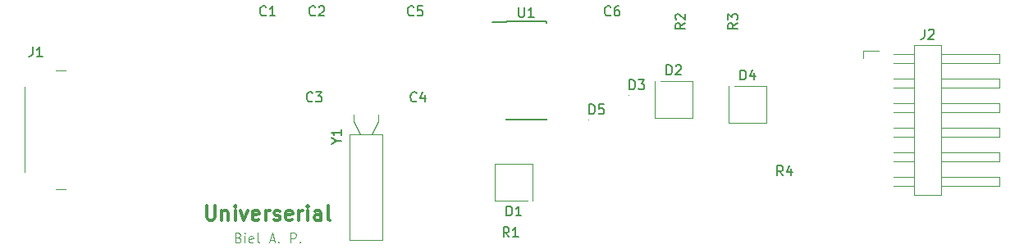
<source format=gbr>
G04 #@! TF.GenerationSoftware,KiCad,Pcbnew,5.0.2+dfsg1-1*
G04 #@! TF.CreationDate,2021-08-05T15:20:41-03:00*
G04 #@! TF.ProjectId,universerial,756e6976-6572-4736-9572-69616c2e6b69,rev?*
G04 #@! TF.SameCoordinates,Original*
G04 #@! TF.FileFunction,Legend,Top*
G04 #@! TF.FilePolarity,Positive*
%FSLAX46Y46*%
G04 Gerber Fmt 4.6, Leading zero omitted, Abs format (unit mm)*
G04 Created by KiCad (PCBNEW 5.0.2+dfsg1-1) date Thu Aug  5 15:20:41 2021*
%MOMM*%
%LPD*%
G01*
G04 APERTURE LIST*
%ADD10C,0.100000*%
%ADD11C,0.300000*%
%ADD12C,0.120000*%
%ADD13C,0.150000*%
G04 APERTURE END LIST*
D10*
X130326190Y-108678571D02*
X130469047Y-108726190D01*
X130516666Y-108773809D01*
X130564285Y-108869047D01*
X130564285Y-109011904D01*
X130516666Y-109107142D01*
X130469047Y-109154761D01*
X130373809Y-109202380D01*
X129992857Y-109202380D01*
X129992857Y-108202380D01*
X130326190Y-108202380D01*
X130421428Y-108250000D01*
X130469047Y-108297619D01*
X130516666Y-108392857D01*
X130516666Y-108488095D01*
X130469047Y-108583333D01*
X130421428Y-108630952D01*
X130326190Y-108678571D01*
X129992857Y-108678571D01*
X130992857Y-109202380D02*
X130992857Y-108535714D01*
X130992857Y-108202380D02*
X130945238Y-108250000D01*
X130992857Y-108297619D01*
X131040476Y-108250000D01*
X130992857Y-108202380D01*
X130992857Y-108297619D01*
X131850000Y-109154761D02*
X131754761Y-109202380D01*
X131564285Y-109202380D01*
X131469047Y-109154761D01*
X131421428Y-109059523D01*
X131421428Y-108678571D01*
X131469047Y-108583333D01*
X131564285Y-108535714D01*
X131754761Y-108535714D01*
X131850000Y-108583333D01*
X131897619Y-108678571D01*
X131897619Y-108773809D01*
X131421428Y-108869047D01*
X132469047Y-109202380D02*
X132373809Y-109154761D01*
X132326190Y-109059523D01*
X132326190Y-108202380D01*
X133564285Y-108916666D02*
X134040476Y-108916666D01*
X133469047Y-109202380D02*
X133802380Y-108202380D01*
X134135714Y-109202380D01*
X134469047Y-109107142D02*
X134516666Y-109154761D01*
X134469047Y-109202380D01*
X134421428Y-109154761D01*
X134469047Y-109107142D01*
X134469047Y-109202380D01*
X135707142Y-109202380D02*
X135707142Y-108202380D01*
X136088095Y-108202380D01*
X136183333Y-108250000D01*
X136230952Y-108297619D01*
X136278571Y-108392857D01*
X136278571Y-108535714D01*
X136230952Y-108630952D01*
X136183333Y-108678571D01*
X136088095Y-108726190D01*
X135707142Y-108726190D01*
X136707142Y-109107142D02*
X136754761Y-109154761D01*
X136707142Y-109202380D01*
X136659523Y-109154761D01*
X136707142Y-109107142D01*
X136707142Y-109202380D01*
D11*
X127064285Y-105388571D02*
X127064285Y-106602857D01*
X127135714Y-106745714D01*
X127207142Y-106817142D01*
X127350000Y-106888571D01*
X127635714Y-106888571D01*
X127778571Y-106817142D01*
X127850000Y-106745714D01*
X127921428Y-106602857D01*
X127921428Y-105388571D01*
X128635714Y-105888571D02*
X128635714Y-106888571D01*
X128635714Y-106031428D02*
X128707142Y-105960000D01*
X128850000Y-105888571D01*
X129064285Y-105888571D01*
X129207142Y-105960000D01*
X129278571Y-106102857D01*
X129278571Y-106888571D01*
X129992857Y-106888571D02*
X129992857Y-105888571D01*
X129992857Y-105388571D02*
X129921428Y-105460000D01*
X129992857Y-105531428D01*
X130064285Y-105460000D01*
X129992857Y-105388571D01*
X129992857Y-105531428D01*
X130564285Y-105888571D02*
X130921428Y-106888571D01*
X131278571Y-105888571D01*
X132421428Y-106817142D02*
X132278571Y-106888571D01*
X131992857Y-106888571D01*
X131850000Y-106817142D01*
X131778571Y-106674285D01*
X131778571Y-106102857D01*
X131850000Y-105960000D01*
X131992857Y-105888571D01*
X132278571Y-105888571D01*
X132421428Y-105960000D01*
X132492857Y-106102857D01*
X132492857Y-106245714D01*
X131778571Y-106388571D01*
X133135714Y-106888571D02*
X133135714Y-105888571D01*
X133135714Y-106174285D02*
X133207142Y-106031428D01*
X133278571Y-105960000D01*
X133421428Y-105888571D01*
X133564285Y-105888571D01*
X133992857Y-106817142D02*
X134135714Y-106888571D01*
X134421428Y-106888571D01*
X134564285Y-106817142D01*
X134635714Y-106674285D01*
X134635714Y-106602857D01*
X134564285Y-106460000D01*
X134421428Y-106388571D01*
X134207142Y-106388571D01*
X134064285Y-106317142D01*
X133992857Y-106174285D01*
X133992857Y-106102857D01*
X134064285Y-105960000D01*
X134207142Y-105888571D01*
X134421428Y-105888571D01*
X134564285Y-105960000D01*
X135850000Y-106817142D02*
X135707142Y-106888571D01*
X135421428Y-106888571D01*
X135278571Y-106817142D01*
X135207142Y-106674285D01*
X135207142Y-106102857D01*
X135278571Y-105960000D01*
X135421428Y-105888571D01*
X135707142Y-105888571D01*
X135850000Y-105960000D01*
X135921428Y-106102857D01*
X135921428Y-106245714D01*
X135207142Y-106388571D01*
X136564285Y-106888571D02*
X136564285Y-105888571D01*
X136564285Y-106174285D02*
X136635714Y-106031428D01*
X136707142Y-105960000D01*
X136850000Y-105888571D01*
X136992857Y-105888571D01*
X137492857Y-106888571D02*
X137492857Y-105888571D01*
X137492857Y-105388571D02*
X137421428Y-105460000D01*
X137492857Y-105531428D01*
X137564285Y-105460000D01*
X137492857Y-105388571D01*
X137492857Y-105531428D01*
X138850000Y-106888571D02*
X138850000Y-106102857D01*
X138778571Y-105960000D01*
X138635714Y-105888571D01*
X138350000Y-105888571D01*
X138207142Y-105960000D01*
X138850000Y-106817142D02*
X138707142Y-106888571D01*
X138350000Y-106888571D01*
X138207142Y-106817142D01*
X138135714Y-106674285D01*
X138135714Y-106531428D01*
X138207142Y-106388571D01*
X138350000Y-106317142D01*
X138707142Y-106317142D01*
X138850000Y-106245714D01*
X139778571Y-106888571D02*
X139635714Y-106817142D01*
X139564285Y-106674285D01*
X139564285Y-105388571D01*
D12*
G04 #@! TO.C,J1*
X108310000Y-93120000D02*
X108310000Y-101920000D01*
X111480000Y-91375000D02*
X112530000Y-91375000D01*
X111480000Y-103665000D02*
X112530000Y-103665000D01*
G04 #@! TO.C,D1*
X160150000Y-104890000D02*
X156820000Y-104890000D01*
X160680000Y-101040000D02*
X160680000Y-104890000D01*
X156820000Y-101040000D02*
X160680000Y-101040000D01*
X156820000Y-104890000D02*
X156820000Y-101040000D01*
G04 #@! TO.C,D2*
X177190000Y-92480000D02*
X177190000Y-96330000D01*
X177190000Y-96330000D02*
X173330000Y-96330000D01*
X173330000Y-96330000D02*
X173330000Y-92480000D01*
X173860000Y-92480000D02*
X177190000Y-92480000D01*
D10*
G04 #@! TO.C,D3*
X170640000Y-93980000D02*
G75*
G03X170640000Y-93980000I-50000J0D01*
G01*
D12*
G04 #@! TO.C,D4*
X181480000Y-93000000D02*
X184810000Y-93000000D01*
X180950000Y-96850000D02*
X180950000Y-93000000D01*
X184810000Y-96850000D02*
X180950000Y-96850000D01*
X184810000Y-93000000D02*
X184810000Y-96850000D01*
D10*
G04 #@! TO.C,D5*
X166485000Y-96520000D02*
G75*
G03X166485000Y-96520000I-50000J0D01*
G01*
D12*
G04 #@! TO.C,J2*
X194835000Y-89350000D02*
X196405000Y-89350000D01*
X194835000Y-90170000D02*
X194835000Y-89350000D01*
X208825000Y-103310000D02*
X202825000Y-103310000D01*
X208825000Y-102430000D02*
X208825000Y-103310000D01*
X202825000Y-102430000D02*
X208825000Y-102430000D01*
X197975000Y-103310000D02*
X200085000Y-103310000D01*
X197975000Y-102430000D02*
X200085000Y-102430000D01*
X208825000Y-100770000D02*
X202825000Y-100770000D01*
X208825000Y-99890000D02*
X208825000Y-100770000D01*
X202825000Y-99890000D02*
X208825000Y-99890000D01*
X197975000Y-100770000D02*
X200085000Y-100770000D01*
X197975000Y-99890000D02*
X200085000Y-99890000D01*
X208825000Y-98230000D02*
X202825000Y-98230000D01*
X208825000Y-97350000D02*
X208825000Y-98230000D01*
X202825000Y-97350000D02*
X208825000Y-97350000D01*
X197975000Y-98230000D02*
X200085000Y-98230000D01*
X197975000Y-97350000D02*
X200085000Y-97350000D01*
X208825000Y-95690000D02*
X202825000Y-95690000D01*
X208825000Y-94810000D02*
X208825000Y-95690000D01*
X202825000Y-94810000D02*
X208825000Y-94810000D01*
X197975000Y-95690000D02*
X200085000Y-95690000D01*
X197975000Y-94810000D02*
X200085000Y-94810000D01*
X208825000Y-93150000D02*
X202825000Y-93150000D01*
X208825000Y-92270000D02*
X208825000Y-93150000D01*
X202825000Y-92270000D02*
X208825000Y-92270000D01*
X197975000Y-93150000D02*
X200085000Y-93150000D01*
X197975000Y-92270000D02*
X200085000Y-92270000D01*
X208825000Y-90610000D02*
X202825000Y-90610000D01*
X208825000Y-89730000D02*
X208825000Y-90610000D01*
X202825000Y-89730000D02*
X208825000Y-89730000D01*
X197975000Y-90610000D02*
X200085000Y-90610000D01*
X197975000Y-89730000D02*
X200085000Y-89730000D01*
X200085000Y-104260000D02*
X200085000Y-88780000D01*
X202825000Y-104260000D02*
X200085000Y-104260000D01*
X202825000Y-88780000D02*
X202825000Y-104260000D01*
X200085000Y-88780000D02*
X202825000Y-88780000D01*
D13*
G04 #@! TO.C,U1*
X157945000Y-86390000D02*
X156570000Y-86390000D01*
X157945000Y-96515000D02*
X162095000Y-96515000D01*
X157945000Y-86365000D02*
X162095000Y-86365000D01*
X157945000Y-96515000D02*
X157945000Y-96410000D01*
X162095000Y-96515000D02*
X162095000Y-96410000D01*
X162095000Y-86365000D02*
X162095000Y-86470000D01*
X157945000Y-86365000D02*
X157945000Y-86390000D01*
D12*
G04 #@! TO.C,Y1*
X144780000Y-96650000D02*
X144780000Y-95950000D01*
X144110000Y-98050000D02*
X144780000Y-96650000D01*
X142240000Y-96650000D02*
X142240000Y-95950000D01*
X142910000Y-98050000D02*
X142240000Y-96650000D01*
X145210000Y-98050000D02*
X141810000Y-98050000D01*
X145210000Y-108950000D02*
X145210000Y-98050000D01*
X141810000Y-108950000D02*
X145210000Y-108950000D01*
X141810000Y-98050000D02*
X141810000Y-108950000D01*
G04 #@! TO.C,J1*
D13*
X109096666Y-88972380D02*
X109096666Y-89686666D01*
X109049047Y-89829523D01*
X108953809Y-89924761D01*
X108810952Y-89972380D01*
X108715714Y-89972380D01*
X110096666Y-89972380D02*
X109525238Y-89972380D01*
X109810952Y-89972380D02*
X109810952Y-88972380D01*
X109715714Y-89115238D01*
X109620476Y-89210476D01*
X109525238Y-89258095D01*
G04 #@! TO.C,C1*
X133183333Y-85667142D02*
X133135714Y-85714761D01*
X132992857Y-85762380D01*
X132897619Y-85762380D01*
X132754761Y-85714761D01*
X132659523Y-85619523D01*
X132611904Y-85524285D01*
X132564285Y-85333809D01*
X132564285Y-85190952D01*
X132611904Y-85000476D01*
X132659523Y-84905238D01*
X132754761Y-84810000D01*
X132897619Y-84762380D01*
X132992857Y-84762380D01*
X133135714Y-84810000D01*
X133183333Y-84857619D01*
X134135714Y-85762380D02*
X133564285Y-85762380D01*
X133850000Y-85762380D02*
X133850000Y-84762380D01*
X133754761Y-84905238D01*
X133659523Y-85000476D01*
X133564285Y-85048095D01*
G04 #@! TO.C,C2*
X138263333Y-85667142D02*
X138215714Y-85714761D01*
X138072857Y-85762380D01*
X137977619Y-85762380D01*
X137834761Y-85714761D01*
X137739523Y-85619523D01*
X137691904Y-85524285D01*
X137644285Y-85333809D01*
X137644285Y-85190952D01*
X137691904Y-85000476D01*
X137739523Y-84905238D01*
X137834761Y-84810000D01*
X137977619Y-84762380D01*
X138072857Y-84762380D01*
X138215714Y-84810000D01*
X138263333Y-84857619D01*
X138644285Y-84857619D02*
X138691904Y-84810000D01*
X138787142Y-84762380D01*
X139025238Y-84762380D01*
X139120476Y-84810000D01*
X139168095Y-84857619D01*
X139215714Y-84952857D01*
X139215714Y-85048095D01*
X139168095Y-85190952D01*
X138596666Y-85762380D01*
X139215714Y-85762380D01*
G04 #@! TO.C,C3*
X137978333Y-94557142D02*
X137930714Y-94604761D01*
X137787857Y-94652380D01*
X137692619Y-94652380D01*
X137549761Y-94604761D01*
X137454523Y-94509523D01*
X137406904Y-94414285D01*
X137359285Y-94223809D01*
X137359285Y-94080952D01*
X137406904Y-93890476D01*
X137454523Y-93795238D01*
X137549761Y-93700000D01*
X137692619Y-93652380D01*
X137787857Y-93652380D01*
X137930714Y-93700000D01*
X137978333Y-93747619D01*
X138311666Y-93652380D02*
X138930714Y-93652380D01*
X138597380Y-94033333D01*
X138740238Y-94033333D01*
X138835476Y-94080952D01*
X138883095Y-94128571D01*
X138930714Y-94223809D01*
X138930714Y-94461904D01*
X138883095Y-94557142D01*
X138835476Y-94604761D01*
X138740238Y-94652380D01*
X138454523Y-94652380D01*
X138359285Y-94604761D01*
X138311666Y-94557142D01*
G04 #@! TO.C,C4*
X148708333Y-94557142D02*
X148660714Y-94604761D01*
X148517857Y-94652380D01*
X148422619Y-94652380D01*
X148279761Y-94604761D01*
X148184523Y-94509523D01*
X148136904Y-94414285D01*
X148089285Y-94223809D01*
X148089285Y-94080952D01*
X148136904Y-93890476D01*
X148184523Y-93795238D01*
X148279761Y-93700000D01*
X148422619Y-93652380D01*
X148517857Y-93652380D01*
X148660714Y-93700000D01*
X148708333Y-93747619D01*
X149565476Y-93985714D02*
X149565476Y-94652380D01*
X149327380Y-93604761D02*
X149089285Y-94319047D01*
X149708333Y-94319047D01*
G04 #@! TO.C,C5*
X148423333Y-85667142D02*
X148375714Y-85714761D01*
X148232857Y-85762380D01*
X148137619Y-85762380D01*
X147994761Y-85714761D01*
X147899523Y-85619523D01*
X147851904Y-85524285D01*
X147804285Y-85333809D01*
X147804285Y-85190952D01*
X147851904Y-85000476D01*
X147899523Y-84905238D01*
X147994761Y-84810000D01*
X148137619Y-84762380D01*
X148232857Y-84762380D01*
X148375714Y-84810000D01*
X148423333Y-84857619D01*
X149328095Y-84762380D02*
X148851904Y-84762380D01*
X148804285Y-85238571D01*
X148851904Y-85190952D01*
X148947142Y-85143333D01*
X149185238Y-85143333D01*
X149280476Y-85190952D01*
X149328095Y-85238571D01*
X149375714Y-85333809D01*
X149375714Y-85571904D01*
X149328095Y-85667142D01*
X149280476Y-85714761D01*
X149185238Y-85762380D01*
X148947142Y-85762380D01*
X148851904Y-85714761D01*
X148804285Y-85667142D01*
G04 #@! TO.C,C6*
X168743333Y-85667142D02*
X168695714Y-85714761D01*
X168552857Y-85762380D01*
X168457619Y-85762380D01*
X168314761Y-85714761D01*
X168219523Y-85619523D01*
X168171904Y-85524285D01*
X168124285Y-85333809D01*
X168124285Y-85190952D01*
X168171904Y-85000476D01*
X168219523Y-84905238D01*
X168314761Y-84810000D01*
X168457619Y-84762380D01*
X168552857Y-84762380D01*
X168695714Y-84810000D01*
X168743333Y-84857619D01*
X169600476Y-84762380D02*
X169410000Y-84762380D01*
X169314761Y-84810000D01*
X169267142Y-84857619D01*
X169171904Y-85000476D01*
X169124285Y-85190952D01*
X169124285Y-85571904D01*
X169171904Y-85667142D01*
X169219523Y-85714761D01*
X169314761Y-85762380D01*
X169505238Y-85762380D01*
X169600476Y-85714761D01*
X169648095Y-85667142D01*
X169695714Y-85571904D01*
X169695714Y-85333809D01*
X169648095Y-85238571D01*
X169600476Y-85190952D01*
X169505238Y-85143333D01*
X169314761Y-85143333D01*
X169219523Y-85190952D01*
X169171904Y-85238571D01*
X169124285Y-85333809D01*
G04 #@! TO.C,D1*
X158011904Y-106422380D02*
X158011904Y-105422380D01*
X158250000Y-105422380D01*
X158392857Y-105470000D01*
X158488095Y-105565238D01*
X158535714Y-105660476D01*
X158583333Y-105850952D01*
X158583333Y-105993809D01*
X158535714Y-106184285D01*
X158488095Y-106279523D01*
X158392857Y-106374761D01*
X158250000Y-106422380D01*
X158011904Y-106422380D01*
X159535714Y-106422380D02*
X158964285Y-106422380D01*
X159250000Y-106422380D02*
X159250000Y-105422380D01*
X159154761Y-105565238D01*
X159059523Y-105660476D01*
X158964285Y-105708095D01*
G04 #@! TO.C,D2*
X174521904Y-91852380D02*
X174521904Y-90852380D01*
X174760000Y-90852380D01*
X174902857Y-90900000D01*
X174998095Y-90995238D01*
X175045714Y-91090476D01*
X175093333Y-91280952D01*
X175093333Y-91423809D01*
X175045714Y-91614285D01*
X174998095Y-91709523D01*
X174902857Y-91804761D01*
X174760000Y-91852380D01*
X174521904Y-91852380D01*
X175474285Y-90947619D02*
X175521904Y-90900000D01*
X175617142Y-90852380D01*
X175855238Y-90852380D01*
X175950476Y-90900000D01*
X175998095Y-90947619D01*
X176045714Y-91042857D01*
X176045714Y-91138095D01*
X175998095Y-91280952D01*
X175426666Y-91852380D01*
X176045714Y-91852380D01*
G04 #@! TO.C,D3*
X170711904Y-93382380D02*
X170711904Y-92382380D01*
X170950000Y-92382380D01*
X171092857Y-92430000D01*
X171188095Y-92525238D01*
X171235714Y-92620476D01*
X171283333Y-92810952D01*
X171283333Y-92953809D01*
X171235714Y-93144285D01*
X171188095Y-93239523D01*
X171092857Y-93334761D01*
X170950000Y-93382380D01*
X170711904Y-93382380D01*
X171616666Y-92382380D02*
X172235714Y-92382380D01*
X171902380Y-92763333D01*
X172045238Y-92763333D01*
X172140476Y-92810952D01*
X172188095Y-92858571D01*
X172235714Y-92953809D01*
X172235714Y-93191904D01*
X172188095Y-93287142D01*
X172140476Y-93334761D01*
X172045238Y-93382380D01*
X171759523Y-93382380D01*
X171664285Y-93334761D01*
X171616666Y-93287142D01*
G04 #@! TO.C,D4*
X182141904Y-92372380D02*
X182141904Y-91372380D01*
X182380000Y-91372380D01*
X182522857Y-91420000D01*
X182618095Y-91515238D01*
X182665714Y-91610476D01*
X182713333Y-91800952D01*
X182713333Y-91943809D01*
X182665714Y-92134285D01*
X182618095Y-92229523D01*
X182522857Y-92324761D01*
X182380000Y-92372380D01*
X182141904Y-92372380D01*
X183570476Y-91705714D02*
X183570476Y-92372380D01*
X183332380Y-91324761D02*
X183094285Y-92039047D01*
X183713333Y-92039047D01*
G04 #@! TO.C,D5*
X166556904Y-95922380D02*
X166556904Y-94922380D01*
X166795000Y-94922380D01*
X166937857Y-94970000D01*
X167033095Y-95065238D01*
X167080714Y-95160476D01*
X167128333Y-95350952D01*
X167128333Y-95493809D01*
X167080714Y-95684285D01*
X167033095Y-95779523D01*
X166937857Y-95874761D01*
X166795000Y-95922380D01*
X166556904Y-95922380D01*
X168033095Y-94922380D02*
X167556904Y-94922380D01*
X167509285Y-95398571D01*
X167556904Y-95350952D01*
X167652142Y-95303333D01*
X167890238Y-95303333D01*
X167985476Y-95350952D01*
X168033095Y-95398571D01*
X168080714Y-95493809D01*
X168080714Y-95731904D01*
X168033095Y-95827142D01*
X167985476Y-95874761D01*
X167890238Y-95922380D01*
X167652142Y-95922380D01*
X167556904Y-95874761D01*
X167509285Y-95827142D01*
G04 #@! TO.C,J2*
X201116666Y-87152380D02*
X201116666Y-87866666D01*
X201069047Y-88009523D01*
X200973809Y-88104761D01*
X200830952Y-88152380D01*
X200735714Y-88152380D01*
X201545238Y-87247619D02*
X201592857Y-87200000D01*
X201688095Y-87152380D01*
X201926190Y-87152380D01*
X202021428Y-87200000D01*
X202069047Y-87247619D01*
X202116666Y-87342857D01*
X202116666Y-87438095D01*
X202069047Y-87580952D01*
X201497619Y-88152380D01*
X202116666Y-88152380D01*
G04 #@! TO.C,R1*
X158263333Y-108622380D02*
X157930000Y-108146190D01*
X157691904Y-108622380D02*
X157691904Y-107622380D01*
X158072857Y-107622380D01*
X158168095Y-107670000D01*
X158215714Y-107717619D01*
X158263333Y-107812857D01*
X158263333Y-107955714D01*
X158215714Y-108050952D01*
X158168095Y-108098571D01*
X158072857Y-108146190D01*
X157691904Y-108146190D01*
X159215714Y-108622380D02*
X158644285Y-108622380D01*
X158930000Y-108622380D02*
X158930000Y-107622380D01*
X158834761Y-107765238D01*
X158739523Y-107860476D01*
X158644285Y-107908095D01*
G04 #@! TO.C,R2*
X176417380Y-86526666D02*
X175941190Y-86860000D01*
X176417380Y-87098095D02*
X175417380Y-87098095D01*
X175417380Y-86717142D01*
X175465000Y-86621904D01*
X175512619Y-86574285D01*
X175607857Y-86526666D01*
X175750714Y-86526666D01*
X175845952Y-86574285D01*
X175893571Y-86621904D01*
X175941190Y-86717142D01*
X175941190Y-87098095D01*
X175512619Y-86145714D02*
X175465000Y-86098095D01*
X175417380Y-86002857D01*
X175417380Y-85764761D01*
X175465000Y-85669523D01*
X175512619Y-85621904D01*
X175607857Y-85574285D01*
X175703095Y-85574285D01*
X175845952Y-85621904D01*
X176417380Y-86193333D01*
X176417380Y-85574285D01*
G04 #@! TO.C,R3*
X181842380Y-86526666D02*
X181366190Y-86860000D01*
X181842380Y-87098095D02*
X180842380Y-87098095D01*
X180842380Y-86717142D01*
X180890000Y-86621904D01*
X180937619Y-86574285D01*
X181032857Y-86526666D01*
X181175714Y-86526666D01*
X181270952Y-86574285D01*
X181318571Y-86621904D01*
X181366190Y-86717142D01*
X181366190Y-87098095D01*
X180842380Y-86193333D02*
X180842380Y-85574285D01*
X181223333Y-85907619D01*
X181223333Y-85764761D01*
X181270952Y-85669523D01*
X181318571Y-85621904D01*
X181413809Y-85574285D01*
X181651904Y-85574285D01*
X181747142Y-85621904D01*
X181794761Y-85669523D01*
X181842380Y-85764761D01*
X181842380Y-86050476D01*
X181794761Y-86145714D01*
X181747142Y-86193333D01*
G04 #@! TO.C,R4*
X186523333Y-102272380D02*
X186190000Y-101796190D01*
X185951904Y-102272380D02*
X185951904Y-101272380D01*
X186332857Y-101272380D01*
X186428095Y-101320000D01*
X186475714Y-101367619D01*
X186523333Y-101462857D01*
X186523333Y-101605714D01*
X186475714Y-101700952D01*
X186428095Y-101748571D01*
X186332857Y-101796190D01*
X185951904Y-101796190D01*
X187380476Y-101605714D02*
X187380476Y-102272380D01*
X187142380Y-101224761D02*
X186904285Y-101939047D01*
X187523333Y-101939047D01*
G04 #@! TO.C,U1*
X159258095Y-84892380D02*
X159258095Y-85701904D01*
X159305714Y-85797142D01*
X159353333Y-85844761D01*
X159448571Y-85892380D01*
X159639047Y-85892380D01*
X159734285Y-85844761D01*
X159781904Y-85797142D01*
X159829523Y-85701904D01*
X159829523Y-84892380D01*
X160829523Y-85892380D02*
X160258095Y-85892380D01*
X160543809Y-85892380D02*
X160543809Y-84892380D01*
X160448571Y-85035238D01*
X160353333Y-85130476D01*
X160258095Y-85178095D01*
G04 #@! TO.C,Y1*
X140466190Y-98726190D02*
X140942380Y-98726190D01*
X139942380Y-99059523D02*
X140466190Y-98726190D01*
X139942380Y-98392857D01*
X140942380Y-97535714D02*
X140942380Y-98107142D01*
X140942380Y-97821428D02*
X139942380Y-97821428D01*
X140085238Y-97916666D01*
X140180476Y-98011904D01*
X140228095Y-98107142D01*
G04 #@! TD*
M02*

</source>
